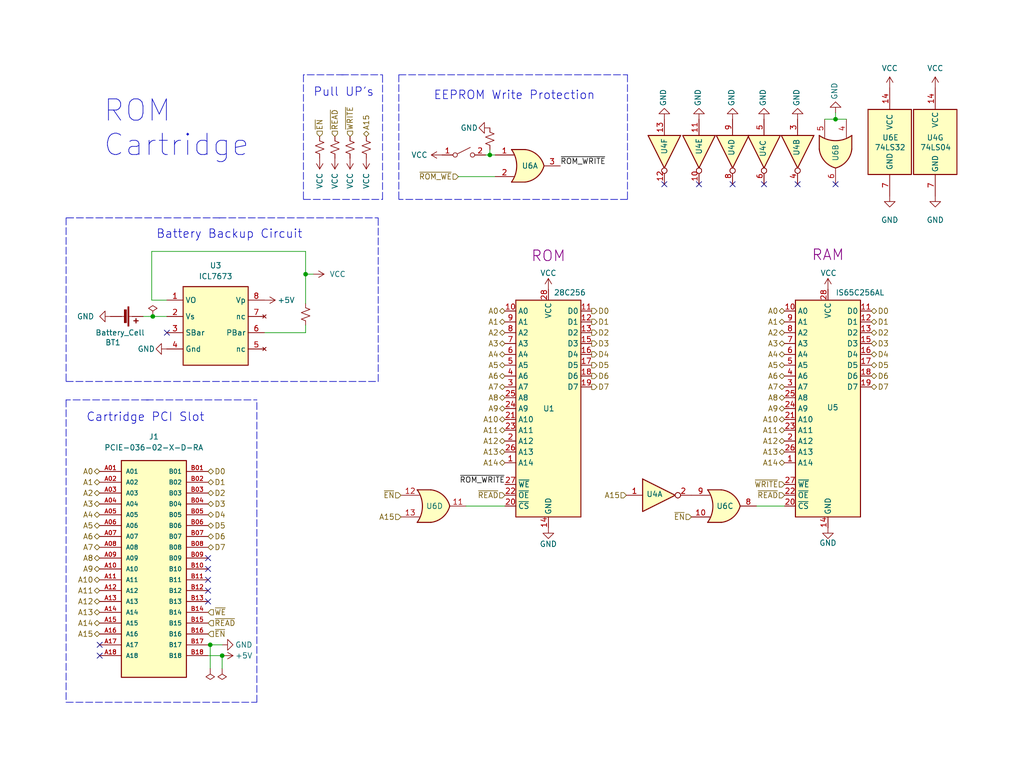
<source format=kicad_sch>
(kicad_sch (version 20211123) (generator eeschema)
  (paper "User" 240.005 180.01)
  (title_block (title "Programable ROM/RAM Cartridge w/ Battery Backup") (date "2022-01-11") (rev "3") (company "theWIckedWebDev/8-bit-dev"))
  (lib_symbols
    (symbol "74xx:74LS04"
      (property "Reference" "U" (at 0 1.27 0))
      (property "Value" "74LS04" (at 0 -1.27 0))
      (symbol "74LS04_1_0"
        (polyline (pts (xy -3.81 3.81) (xy -3.81 -3.81) (xy 3.81 0) (xy -3.81 3.81)) (stroke (width 0.254)) (fill (type background)))
        (pin input line (at -7.62 0 0) (length 3.81) (name "~") (number "1"))
        (pin output inverted (at 7.62 0 180) (length 3.81) (name "~") (number "2"))
      )
      (symbol "74LS04_2_0"
        (polyline (pts (xy -3.81 3.81) (xy -3.81 -3.81) (xy 3.81 0) (xy -3.81 3.81)) (stroke (width 0.254)) (fill (type background)))
        (pin input line (at -7.62 0 0) (length 3.81) (name "~") (number "3"))
        (pin output inverted (at 7.62 0 180) (length 3.81) (name "~") (number "4"))
      )
      (symbol "74LS04_3_0"
        (polyline (pts (xy -3.81 3.81) (xy -3.81 -3.81) (xy 3.81 0) (xy -3.81 3.81)) (stroke (width 0.254)) (fill (type background)))
        (pin input line (at -7.62 0 0) (length 3.81) (name "~") (number "5"))
        (pin output inverted (at 7.62 0 180) (length 3.81) (name "~") (number "6"))
      )
      (symbol "74LS04_4_0"
        (polyline (pts (xy -3.81 3.81) (xy -3.81 -3.81) (xy 3.81 0) (xy -3.81 3.81)) (stroke (width 0.254)) (fill (type background)))
        (pin output inverted (at 7.62 0 180) (length 3.81) (name "~") (number "8"))
        (pin input line (at -7.62 0 0) (length 3.81) (name "~") (number "9"))
      )
      (symbol "74LS04_5_0"
        (polyline (pts (xy -3.81 3.81) (xy -3.81 -3.81) (xy 3.81 0) (xy -3.81 3.81)) (stroke (width 0.254)) (fill (type background)))
        (pin output inverted (at 7.62 0 180) (length 3.81) (name "~") (number "10"))
        (pin input line (at -7.62 0 0) (length 3.81) (name "~") (number "11"))
      )
      (symbol "74LS04_6_0"
        (polyline (pts (xy -3.81 3.81) (xy -3.81 -3.81) (xy 3.81 0) (xy -3.81 3.81)) (stroke (width 0.254)) (fill (type background)))
        (pin output inverted (at 7.62 0 180) (length 3.81) (name "~") (number "12"))
        (pin input line (at -7.62 0 0) (length 3.81) (name "~") (number "13"))
      )
      (symbol "74LS04_7_0"
        (pin power_in line (at 0 12.7 270) (length 5.08) (name "VCC") (number "14"))
        (pin power_in line (at 0 -12.7 90) (length 5.08) (name "GND") (number "7"))
      )
      (symbol "74LS04_7_1"
        (rectangle (start -5.08 7.62) (end 5.08 -7.62) (stroke (width 0.254)) (fill (type background)))
      )
    )
    (symbol "74xx:74LS32" (pin_names (offset 1.016))
      (property "Reference" "U" (at 0 1.27 0))
      (property "Value" "74LS32" (at 0 -1.27 0))
      (symbol "74LS32_1_1"
        (arc (start -3.81 -3.81) (mid -2.589 0) (end -3.81 3.81) (stroke (width 0.254)))
        (arc (start -0.6096 -3.81) (mid 2.1855 -2.584) (end 3.81 0) (stroke (width 0.254)) (fill (type background)))
        (polyline (pts (xy -3.81 -3.81) (xy -0.635 -3.81)) (stroke (width 0.254)) (fill (type background)))
        (polyline (pts (xy -3.81 3.81) (xy -0.635 3.81)) (stroke (width 0.254)) (fill (type background)))
        (polyline (pts (xy -0.635 3.81) (xy -3.81 3.81) (xy -3.81 3.81) (xy -3.556 3.4036) (xy -3.0226 2.2606) (xy -2.6924 1.0414) (xy -2.6162 -0.254) (xy -2.7686 -1.4986) (xy -3.175 -2.7178) (xy -3.81 -3.81) (xy -3.81 -3.81) (xy -0.635 -3.81)) (stroke (width -25.4)) (fill (type background)))
        (arc (start 3.81 0) (mid 2.1928 2.5925) (end -0.6096 3.81) (stroke (width 0.254)) (fill (type background)))
        (pin input line (at -7.62 2.54 0) (length 4.318) (name "~") (number "1"))
        (pin input line (at -7.62 -2.54 0) (length 4.318) (name "~") (number "2"))
        (pin output line (at 7.62 0 180) (length 3.81) (name "~") (number "3"))
      )
      (symbol "74LS32_1_2"
        (arc (start 0 -3.81) (mid 3.81 0) (end 0 3.81) (stroke (width 0.254)) (fill (type background)))
        (polyline (pts (xy 0 3.81) (xy -3.81 3.81) (xy -3.81 -3.81) (xy 0 -3.81)) (stroke (width 0.254)) (fill (type background)))
        (pin input inverted (at -7.62 2.54 0) (length 3.81) (name "~") (number "1"))
        (pin input inverted (at -7.62 -2.54 0) (length 3.81) (name "~") (number "2"))
        (pin output inverted (at 7.62 0 180) (length 3.81) (name "~") (number "3"))
      )
      (symbol "74LS32_2_1"
        (arc (start -3.81 -3.81) (mid -2.589 0) (end -3.81 3.81) (stroke (width 0.254)))
        (arc (start -0.6096 -3.81) (mid 2.1855 -2.584) (end 3.81 0) (stroke (width 0.254)) (fill (type background)))
        (polyline (pts (xy -3.81 -3.81) (xy -0.635 -3.81)) (stroke (width 0.254)) (fill (type background)))
        (polyline (pts (xy -3.81 3.81) (xy -0.635 3.81)) (stroke (width 0.254)) (fill (type background)))
        (polyline (pts (xy -0.635 3.81) (xy -3.81 3.81) (xy -3.81 3.81) (xy -3.556 3.4036) (xy -3.0226 2.2606) (xy -2.6924 1.0414) (xy -2.6162 -0.254) (xy -2.7686 -1.4986) (xy -3.175 -2.7178) (xy -3.81 -3.81) (xy -3.81 -3.81) (xy -0.635 -3.81)) (stroke (width -25.4)) (fill (type background)))
        (arc (start 3.81 0) (mid 2.1928 2.5925) (end -0.6096 3.81) (stroke (width 0.254)) (fill (type background)))
        (pin input line (at -7.62 2.54 0) (length 4.318) (name "~") (number "4"))
        (pin input line (at -7.62 -2.54 0) (length 4.318) (name "~") (number "5"))
        (pin output line (at 7.62 0 180) (length 3.81) (name "~") (number "6"))
      )
      (symbol "74LS32_2_2"
        (arc (start 0 -3.81) (mid 3.81 0) (end 0 3.81) (stroke (width 0.254)) (fill (type background)))
        (polyline (pts (xy 0 3.81) (xy -3.81 3.81) (xy -3.81 -3.81) (xy 0 -3.81)) (stroke (width 0.254)) (fill (type background)))
        (pin input inverted (at -7.62 2.54 0) (length 3.81) (name "~") (number "4"))
        (pin input inverted (at -7.62 -2.54 0) (length 3.81) (name "~") (number "5"))
        (pin output inverted (at 7.62 0 180) (length 3.81) (name "~") (number "6"))
      )
      (symbol "74LS32_3_1"
        (arc (start -3.81 -3.81) (mid -2.589 0) (end -3.81 3.81) (stroke (width 0.254)))
        (arc (start -0.6096 -3.81) (mid 2.1855 -2.584) (end 3.81 0) (stroke (width 0.254)) (fill (type background)))
        (polyline (pts (xy -3.81 -3.81) (xy -0.635 -3.81)) (stroke (width 0.254)) (fill (type background)))
        (polyline (pts (xy -3.81 3.81) (xy -0.635 3.81)) (stroke (width 0.254)) (fill (type background)))
        (polyline (pts (xy -0.635 3.81) (xy -3.81 3.81) (xy -3.81 3.81) (xy -3.556 3.4036) (xy -3.0226 2.2606) (xy -2.6924 1.0414) (xy -2.6162 -0.254) (xy -2.7686 -1.4986) (xy -3.175 -2.7178) (xy -3.81 -3.81) (xy -3.81 -3.81) (xy -0.635 -3.81)) (stroke (width -25.4)) (fill (type background)))
        (arc (start 3.81 0) (mid 2.1928 2.5925) (end -0.6096 3.81) (stroke (width 0.254)) (fill (type background)))
        (pin input line (at -7.62 -2.54 0) (length 4.318) (name "~") (number "10"))
        (pin output line (at 7.62 0 180) (length 3.81) (name "~") (number "8"))
        (pin input line (at -7.62 2.54 0) (length 4.318) (name "~") (number "9"))
      )
      (symbol "74LS32_3_2"
        (arc (start 0 -3.81) (mid 3.81 0) (end 0 3.81) (stroke (width 0.254)) (fill (type background)))
        (polyline (pts (xy 0 3.81) (xy -3.81 3.81) (xy -3.81 -3.81) (xy 0 -3.81)) (stroke (width 0.254)) (fill (type background)))
        (pin input inverted (at -7.62 -2.54 0) (length 3.81) (name "~") (number "10"))
        (pin output inverted (at 7.62 0 180) (length 3.81) (name "~") (number "8"))
        (pin input inverted (at -7.62 2.54 0) (length 3.81) (name "~") (number "9"))
      )
      (symbol "74LS32_4_1"
        (arc (start -3.81 -3.81) (mid -2.589 0) (end -3.81 3.81) (stroke (width 0.254)))
        (arc (start -0.6096 -3.81) (mid 2.1855 -2.584) (end 3.81 0) (stroke (width 0.254)) (fill (type background)))
        (polyline (pts (xy -3.81 -3.81) (xy -0.635 -3.81)) (stroke (width 0.254)) (fill (type background)))
        (polyline (pts (xy -3.81 3.81) (xy -0.635 3.81)) (stroke (width 0.254)) (fill (type background)))
        (polyline (pts (xy -0.635 3.81) (xy -3.81 3.81) (xy -3.81 3.81) (xy -3.556 3.4036) (xy -3.0226 2.2606) (xy -2.6924 1.0414) (xy -2.6162 -0.254) (xy -2.7686 -1.4986) (xy -3.175 -2.7178) (xy -3.81 -3.81) (xy -3.81 -3.81) (xy -0.635 -3.81)) (stroke (width -25.4)) (fill (type background)))
        (arc (start 3.81 0) (mid 2.1928 2.5925) (end -0.6096 3.81) (stroke (width 0.254)) (fill (type background)))
        (pin output line (at 7.62 0 180) (length 3.81) (name "~") (number "11"))
        (pin input line (at -7.62 2.54 0) (length 4.318) (name "~") (number "12"))
        (pin input line (at -7.62 -2.54 0) (length 4.318) (name "~") (number "13"))
      )
      (symbol "74LS32_4_2"
        (arc (start 0 -3.81) (mid 3.81 0) (end 0 3.81) (stroke (width 0.254)) (fill (type background)))
        (polyline (pts (xy 0 3.81) (xy -3.81 3.81) (xy -3.81 -3.81) (xy 0 -3.81)) (stroke (width 0.254)) (fill (type background)))
        (pin output inverted (at 7.62 0 180) (length 3.81) (name "~") (number "11"))
        (pin input inverted (at -7.62 2.54 0) (length 3.81) (name "~") (number "12"))
        (pin input inverted (at -7.62 -2.54 0) (length 3.81) (name "~") (number "13"))
      )
      (symbol "74LS32_5_0"
        (pin power_in line (at 0 12.7 270) (length 5.08) (name "VCC") (number "14"))
        (pin power_in line (at 0 -12.7 90) (length 5.08) (name "GND") (number "7"))
      )
      (symbol "74LS32_5_1"
        (rectangle (start -5.08 7.62) (end 5.08 -7.62) (stroke (width 0.254)) (fill (type background)))
      )
    )
    (symbol "Device:Battery_Cell" (pin_numbers hide) (pin_names (offset 0) hide)
      (property "Reference" "BT" (at 2.54 2.54 0))
      (property "Value" "Battery_Cell" (at 2.54 0 0))
      (symbol "Battery_Cell_0_1"
        (rectangle (start -2.286 1.778) (end 2.286 1.524) (fill (type outline)))
        (rectangle (start -1.5748 1.1938) (end 1.4732 0.6858) (fill (type outline)))
        (polyline (pts (xy 0 0.762) (xy 0 0)))
        (polyline (pts (xy 0 1.778) (xy 0 2.54)))
        (polyline (pts (xy 0.508 3.429) (xy 1.524 3.429)) (stroke (width 0.254)))
        (polyline (pts (xy 1.016 3.937) (xy 1.016 2.921)) (stroke (width 0.254)))
      )
      (symbol "Battery_Cell_1_1"
        (pin passive line (at 0 5.08 270) (length 2.54) (name "+") (number "1"))
        (pin passive line (at 0 -2.54 90) (length 2.54) (name "-") (number "2"))
      )
    )
    (symbol "Device:R_Small_US" (pin_numbers hide) (pin_names (offset 0.254) hide)
      (property "Reference" "R" (at 0.762 0.508 0))
      (property "Value" "R_Small_US" (at 0.762 -1.016 0))
      (symbol "R_Small_US_1_1"
        (polyline (pts (xy 0 0) (xy 1.016 -0.381) (xy 0 -0.762) (xy -1.016 -1.143) (xy 0 -1.524)))
        (polyline (pts (xy 0 1.524) (xy 1.016 1.143) (xy 0 0.762) (xy -1.016 0.381) (xy 0 0)))
        (pin passive line (at 0 2.54 270) (length 1.016) (name "~") (number "1"))
        (pin passive line (at 0 -2.54 90) (length 1.016) (name "~") (number "2"))
      )
    )
    (symbol "Memory_EEPROM:28C256"
      (property "Reference" "U" (at -7.62 26.67 0))
      (property "Value" "28C256" (at 2.54 -26.67 0))
      (symbol "28C256_1_1"
        (rectangle (start -7.62 25.4) (end 7.62 -25.4) (stroke (width 0.254)) (fill (type background)))
        (pin input line (at -10.16 -12.7 0) (length 2.54) (name "A14") (number "1"))
        (pin input line (at -10.16 22.86 0) (length 2.54) (name "A0") (number "10"))
        (pin tri_state line (at 10.16 22.86 180) (length 2.54) (name "D0") (number "11"))
        (pin tri_state line (at 10.16 20.32 180) (length 2.54) (name "D1") (number "12"))
        (pin tri_state line (at 10.16 17.78 180) (length 2.54) (name "D2") (number "13"))
        (pin power_in line (at 0 -27.94 90) (length 2.54) (name "GND") (number "14"))
        (pin tri_state line (at 10.16 15.24 180) (length 2.54) (name "D3") (number "15"))
        (pin tri_state line (at 10.16 12.7 180) (length 2.54) (name "D4") (number "16"))
        (pin tri_state line (at 10.16 10.16 180) (length 2.54) (name "D5") (number "17"))
        (pin tri_state line (at 10.16 7.62 180) (length 2.54) (name "D6") (number "18"))
        (pin tri_state line (at 10.16 5.08 180) (length 2.54) (name "D7") (number "19"))
        (pin input line (at -10.16 -7.62 0) (length 2.54) (name "A12") (number "2"))
        (pin input line (at -10.16 -22.86 0) (length 2.54) (name "~{CS}") (number "20"))
        (pin input line (at -10.16 -2.54 0) (length 2.54) (name "A10") (number "21"))
        (pin input line (at -10.16 -20.32 0) (length 2.54) (name "~{OE}") (number "22"))
        (pin input line (at -10.16 -5.08 0) (length 2.54) (name "A11") (number "23"))
        (pin input line (at -10.16 0 0) (length 2.54) (name "A9") (number "24"))
        (pin input line (at -10.16 2.54 0) (length 2.54) (name "A8") (number "25"))
        (pin input line (at -10.16 -10.16 0) (length 2.54) (name "A13") (number "26"))
        (pin input line (at -10.16 -17.78 0) (length 2.54) (name "~{WE}") (number "27"))
        (pin power_in line (at 0 27.94 270) (length 2.54) (name "VCC") (number "28"))
        (pin input line (at -10.16 5.08 0) (length 2.54) (name "A7") (number "3"))
        (pin input line (at -10.16 7.62 0) (length 2.54) (name "A6") (number "4"))
        (pin input line (at -10.16 10.16 0) (length 2.54) (name "A5") (number "5"))
        (pin input line (at -10.16 12.7 0) (length 2.54) (name "A4") (number "6"))
        (pin input line (at -10.16 15.24 0) (length 2.54) (name "A3") (number "7"))
        (pin input line (at -10.16 17.78 0) (length 2.54) (name "A2") (number "8"))
        (pin input line (at -10.16 20.32 0) (length 2.54) (name "A1") (number "9"))
      )
    )
    (symbol "Stephen:ICL7673"
      (property "Reference" "U" (at -1.27 17.78 0))
      (property "Value" "ICL7673" (at -1.27 15.24 0))
      (symbol "ICL7673_0_1"
        (rectangle (start -8.89 13.335) (end 6.35 -5.08) (stroke (width 0.254)) (fill (type background)))
      )
      (symbol "ICL7673_1_1"
        (pin power_out line (at -12.7 10.16 0) (length 3.81) (name "VO") (number "1"))
        (pin power_in line (at -12.7 6.35 0) (length 3.81) (name "Vs") (number "2"))
        (pin open_emitter line (at -12.7 2.54 0) (length 3.81) (name "SBar") (number "3"))
        (pin power_in line (at -12.7 -1.27 0) (length 3.81) (name "Gnd") (number "4"))
        (pin no_connect line (at 10.16 -1.27 180) (length 3.81) (name "nc") (number "5"))
        (pin open_emitter line (at 10.16 2.54 180) (length 3.81) (name "PBar") (number "6"))
        (pin no_connect line (at 10.16 6.35 180) (length 3.81) (name "nc") (number "7"))
        (pin power_in line (at 10.16 10.16 180) (length 3.81) (name "Vp") (number "8"))
      )
    )
    (symbol "Stephen:IS65C256AL"
      (property "Reference" "U" (at -3.81 41.91 0))
      (property "Value" "IS65C256AL" (at -3.81 41.91 0))
      (symbol "IS65C256AL_1_1"
        (rectangle (start -8.89 25.4) (end 6.35 -25.4) (stroke (width 0.254)) (fill (type background)))
        (pin input line (at -11.43 -12.7 0) (length 2.54) (name "A14") (number "1"))
        (pin input line (at -11.43 22.86 0) (length 2.54) (name "A0") (number "10"))
        (pin tri_state line (at 8.89 22.86 180) (length 2.54) (name "D0") (number "11"))
        (pin tri_state line (at 8.89 20.32 180) (length 2.54) (name "D1") (number "12"))
        (pin tri_state line (at 8.89 17.78 180) (length 2.54) (name "D2") (number "13"))
        (pin power_in line (at -1.27 -27.94 90) (length 2.54) (name "GND") (number "14"))
        (pin tri_state line (at 8.89 15.24 180) (length 2.54) (name "D3") (number "15"))
        (pin tri_state line (at 8.89 12.7 180) (length 2.54) (name "D4") (number "16"))
        (pin tri_state line (at 8.89 10.16 180) (length 2.54) (name "D5") (number "17"))
        (pin tri_state line (at 8.89 7.62 180) (length 2.54) (name "D6") (number "18"))
        (pin tri_state line (at 8.89 5.08 180) (length 2.54) (name "D7") (number "19"))
        (pin input line (at -11.43 -7.62 0) (length 2.54) (name "A12") (number "2"))
        (pin input line (at -11.43 -22.86 0) (length 2.54) (name "~{CS}") (number "20"))
        (pin input line (at -11.43 -2.54 0) (length 2.54) (name "A10") (number "21"))
        (pin input line (at -11.43 -20.32 0) (length 2.54) (name "~{OE}") (number "22"))
        (pin input line (at -11.43 -5.08 0) (length 2.54) (name "A11") (number "23"))
        (pin input line (at -11.43 0 0) (length 2.54) (name "A9") (number "24"))
        (pin input line (at -11.43 2.54 0) (length 2.54) (name "A8") (number "25"))
        (pin input line (at -11.43 -10.16 0) (length 2.54) (name "A13") (number "26"))
        (pin input line (at -11.43 -17.78 0) (length 2.54) (name "~{WE}") (number "27"))
        (pin power_in line (at -1.27 27.94 270) (length 2.54) (name "VCC") (number "28"))
        (pin input line (at -11.43 5.08 0) (length 2.54) (name "A7") (number "3"))
        (pin input line (at -11.43 7.62 0) (length 2.54) (name "A6") (number "4"))
        (pin input line (at -11.43 10.16 0) (length 2.54) (name "A5") (number "5"))
        (pin input line (at -11.43 12.7 0) (length 2.54) (name "A4") (number "6"))
        (pin input line (at -11.43 15.24 0) (length 2.54) (name "A3") (number "7"))
        (pin input line (at -11.43 17.78 0) (length 2.54) (name "A2") (number "8"))
        (pin input line (at -11.43 20.32 0) (length 2.54) (name "A1") (number "9"))
      )
    )
    (symbol "Stephen:PCIE-036-02-X-D-RA" (pin_names (offset 1.016))
      (property "Reference" "J" (at -7.62 26.162 0))
      (property "Value" "PCIE-036-02-X-D-RA" (at -7.62 -27.94 0))
      (symbol "PCIE-036-02-X-D-RA_0_0"
        (rectangle (start -7.62 -25.4) (end 7.62 25.4) (stroke (width 0.254)) (fill (type background)))
        (pin passive line (at -12.7 22.86 0) (length 5.08) (name "A01") (number "A01"))
        (pin passive line (at -12.7 20.32 0) (length 5.08) (name "A02") (number "A02"))
        (pin passive line (at -12.7 17.78 0) (length 5.08) (name "A03") (number "A03"))
        (pin passive line (at -12.7 15.24 0) (length 5.08) (name "A04") (number "A04"))
        (pin passive line (at -12.7 12.7 0) (length 5.08) (name "A05") (number "A05"))
        (pin passive line (at -12.7 10.16 0) (length 5.08) (name "A06") (number "A06"))
        (pin passive line (at -12.7 7.62 0) (length 5.08) (name "A07") (number "A07"))
        (pin passive line (at -12.7 5.08 0) (length 5.08) (name "A08") (number "A08"))
        (pin passive line (at -12.7 2.54 0) (length 5.08) (name "A09") (number "A09"))
        (pin passive line (at -12.7 0 0) (length 5.08) (name "A10") (number "A10"))
        (pin passive line (at -12.7 -2.54 0) (length 5.08) (name "A11") (number "A11"))
        (pin passive line (at -12.7 -5.08 0) (length 5.08) (name "A12") (number "A12"))
        (pin passive line (at -12.7 -7.62 0) (length 5.08) (name "A13") (number "A13"))
        (pin passive line (at -12.7 -10.16 0) (length 5.08) (name "A14") (number "A14"))
        (pin passive line (at -12.7 -12.7 0) (length 5.08) (name "A15") (number "A15"))
        (pin passive line (at -12.7 -15.24 0) (length 5.08) (name "A16") (number "A16"))
        (pin passive line (at -12.7 -17.78 0) (length 5.08) (name "A17") (number "A17"))
        (pin passive line (at -12.7 -20.32 0) (length 5.08) (name "A18") (number "A18"))
        (pin passive line (at 12.7 22.86 180) (length 5.08) (name "B01") (number "B01"))
        (pin passive line (at 12.7 20.32 180) (length 5.08) (name "B02") (number "B02"))
        (pin passive line (at 12.7 17.78 180) (length 5.08) (name "B03") (number "B03"))
        (pin passive line (at 12.7 15.24 180) (length 5.08) (name "B04") (number "B04"))
        (pin passive line (at 12.7 12.7 180) (length 5.08) (name "B05") (number "B05"))
        (pin passive line (at 12.7 10.16 180) (length 5.08) (name "B06") (number "B06"))
        (pin passive line (at 12.7 7.62 180) (length 5.08) (name "B07") (number "B07"))
        (pin passive line (at 12.7 5.08 180) (length 5.08) (name "B08") (number "B08"))
        (pin passive line (at 12.7 2.54 180) (length 5.08) (name "B09") (number "B09"))
        (pin passive line (at 12.7 0 180) (length 5.08) (name "B10") (number "B10"))
        (pin passive line (at 12.7 -2.54 180) (length 5.08) (name "B11") (number "B11"))
        (pin passive line (at 12.7 -5.08 180) (length 5.08) (name "B12") (number "B12"))
        (pin passive line (at 12.7 -7.62 180) (length 5.08) (name "B13") (number "B13"))
        (pin passive line (at 12.7 -10.16 180) (length 5.08) (name "B14") (number "B14"))
        (pin passive line (at 12.7 -12.7 180) (length 5.08) (name "B15") (number "B15"))
        (pin passive line (at 12.7 -15.24 180) (length 5.08) (name "B16") (number "B16"))
        (pin passive line (at 12.7 -17.78 180) (length 5.08) (name "B17") (number "B17"))
        (pin passive line (at 12.7 -20.32 180) (length 5.08) (name "B18") (number "B18"))
      )
    )
    (symbol "Switch:SW_SPST" (pin_names (offset 0) hide)
      (property "Reference" "SW" (at 0 3.175 0))
      (property "Value" "SW_SPST" (at 0 -2.54 0))
      (symbol "SW_SPST_0_0"
        (circle (center -2.032 0) (radius 0.508))
        (polyline (pts (xy -1.524 0.254) (xy 1.524 1.778)))
        (circle (center 2.032 0) (radius 0.508))
      )
      (symbol "SW_SPST_1_1"
        (pin passive line (at -5.08 0 0) (length 2.54) (name "A") (number "1"))
        (pin passive line (at 5.08 0 180) (length 2.54) (name "B") (number "2"))
      )
    )
    (symbol "power:+5V" (power) (pin_names (offset 0))
      (property "Value" "+5V" (at 0 3.556 0))
      (symbol "+5V_0_1"
        (polyline (pts (xy -0.762 1.27) (xy 0 2.54)))
        (polyline (pts (xy 0 0) (xy 0 2.54)))
        (polyline (pts (xy 0 2.54) (xy 0.762 1.27)))
      )
      (symbol "+5V_1_1"
        (pin power_in line (at 0 0 90) (length 0) hide (name "+5V") (number "1"))
      )
    )
    (symbol "power:GND" (power) (pin_names (offset 0))
      (property "Value" "GND" (at 0 -3.81 0))
      (symbol "GND_0_1"
        (polyline (pts (xy 0 0) (xy 0 -1.27) (xy 1.27 -1.27) (xy 0 -2.54) (xy -1.27 -1.27) (xy 0 -1.27)))
      )
      (symbol "GND_1_1"
        (pin power_in line (at 0 0 270) (length 0) hide (name "GND") (number "1"))
      )
    )
    (symbol "power:PWR_FLAG" (power) (pin_numbers hide) (pin_names (offset 0) hide)
      (property "Value" "PWR_FLAG" (at 0 3.81 0))
      (symbol "PWR_FLAG_0_0"
        (pin power_out line (at 0 0 90) (length 0) (name "pwr") (number "1"))
      )
      (symbol "PWR_FLAG_0_1"
        (polyline (pts (xy 0 0) (xy 0 1.27) (xy -1.016 1.905) (xy 0 2.54) (xy 1.016 1.905) (xy 0 1.27)))
      )
    )
    (symbol "power:VCC" (power) (pin_names (offset 0))
      (property "Value" "VCC" (at 0 3.81 0))
      (symbol "VCC_0_1"
        (polyline (pts (xy -0.762 1.27) (xy 0 2.54)))
        (polyline (pts (xy 0 0) (xy 0 2.54)))
        (polyline (pts (xy 0 2.54) (xy 0.762 1.27)))
      )
      (symbol "VCC_1_1"
        (pin power_in line (at 0 0 90) (length 0) hide (name "VCC") (number "1"))
      )
    )
  )
  (junction (at 114.808 36.322))
  (junction (at 71.628 64.262))
  (junction (at 52.07 153.67))
  (junction (at 35.814 74.168))
  (junction (at 49.276 151.13))
  (junction (at 195.834 27.94))
  (no_connect (at 23.368 151.13))
  (no_connect (at 48.768 133.35))
  (no_connect (at 48.768 135.89))
  (no_connect (at 48.768 138.43))
  (no_connect (at 48.768 140.97))
  (no_connect (at 155.702 43.18))
  (no_connect (at 163.83 43.18))
  (no_connect (at 171.704 43.18))
  (no_connect (at 186.944 43.18))
  (no_connect (at 179.07 43.18))
  (no_connect (at 195.834 43.18))
  (no_connect (at 39.116 77.978))
  (no_connect (at 23.368 153.67))
  (no_connect (at 48.768 130.81))
  (polyline (pts (xy 88.646 89.408) (xy 88.646 51.054)))
  (wire (pts (xy 48.768 153.67) (xy 52.07 153.67)))
  (polyline (pts (xy 147.066 46.736) (xy 93.472 46.736)))
  (polyline (pts (xy 15.494 51.054) (xy 15.494 89.408)))
  (polyline (pts (xy 15.494 164.592) (xy 60.198 164.592)))
  (wire (pts (xy 52.07 153.67) (xy 52.07 156.718)))
  (polyline (pts (xy 51.562 51.054) (xy 15.494 51.054)))
  (wire (pts (xy 109.22 118.618) (xy 118.364 118.618)))
  (wire (pts (xy 33.528 74.168) (xy 35.814 74.168)))
  (polyline (pts (xy 93.472 17.526) (xy 93.472 46.736)))
  (polyline (pts (xy 93.472 17.526) (xy 147.066 17.526)))
  (wire (pts (xy 71.628 64.262) (xy 73.406 64.262)))
  (polyline (pts (xy 15.494 89.408) (xy 88.646 89.408)))
  (polyline (pts (xy 71.12 46.736) (xy 89.662 46.736)))
  (wire (pts (xy 195.834 26.416) (xy 195.834 27.94)))
  (polyline (pts (xy 80.01 17.526) (xy 89.662 17.526)))
  (wire (pts (xy 71.628 64.262) (xy 71.628 71.12)))
  (wire (pts (xy 49.276 151.13) (xy 48.768 151.13)))
  (polyline (pts (xy 147.066 17.526) (xy 147.066 46.736)))
  (wire (pts (xy 114.808 35.052) (xy 114.808 36.322)))
  (wire (pts (xy 177.292 118.618) (xy 183.896 118.618)))
  (wire (pts (xy 71.628 58.928) (xy 71.628 64.262)))
  (wire (pts (xy 107.442 41.402) (xy 116.078 41.402)))
  (polyline (pts (xy 34.798 93.726) (xy 15.494 93.726)))
  (polyline (pts (xy 51.308 51.054) (xy 88.646 51.054)))
  (polyline (pts (xy 71.12 17.526) (xy 71.12 46.736)))
  (wire (pts (xy 71.628 76.2) (xy 71.628 77.978)))
  (wire (pts (xy 49.276 151.13) (xy 49.276 156.718)))
  (polyline (pts (xy 60.198 164.592) (xy 60.198 93.726)))
  (polyline (pts (xy 34.29 93.726) (xy 60.198 93.726)))
  (wire (pts (xy 35.56 58.928) (xy 71.628 58.928)))
  (polyline (pts (xy 15.494 93.726) (xy 15.494 164.592)))
  (wire (pts (xy 195.834 27.94) (xy 193.294 27.94)))
  (wire (pts (xy 113.792 36.322) (xy 114.808 36.322)))
  (wire (pts (xy 35.814 74.168) (xy 39.116 74.168)))
  (wire (pts (xy 52.07 151.13) (xy 49.276 151.13)))
  (polyline (pts (xy 80.518 17.526) (xy 71.12 17.526)))
  (wire (pts (xy 71.628 77.978) (xy 61.976 77.978)))
  (wire (pts (xy 39.116 70.358) (xy 35.56 70.358)))
  (wire (pts (xy 198.374 27.94) (xy 195.834 27.94)))
  (polyline (pts (xy 89.662 46.736) (xy 89.662 17.526)))
  (wire (pts (xy 114.808 36.322) (xy 116.078 36.322)))
  (wire (pts (xy 35.56 70.358) (xy 35.56 58.928)))
  (text "ROM\nCartridge" (at 24.13 37.084 0) (effects (font (size 5 5)) (justify left bottom)))
  (text "EEPROM Write Protection" (at 101.6 23.622 0) (effects (font (size 2 2)) (justify left bottom)))
  (text "Pull UP's" (at 73.406 22.86 0) (effects (font (size 2 2)) (justify left bottom)))
  (text "Battery Backup Circuit" (at 36.576 56.134 0) (effects (font (size 2 2)) (justify left bottom)))
  (text "Cartridge PCI Slot" (at 48.006 99.06 180) (effects (font (size 2 2)) (justify right bottom)))
  (label "~{ROM_WRITE}" (at 118.364 113.538 180))
  (label "~{ROM_WRITE}" (at 131.318 38.862 0))
  (hierarchical_label "~{EN}" (shape input) (at 48.768 148.59 0))
  (hierarchical_label "A2" (shape tri_state) (at 183.896 77.978 180))
  (hierarchical_label "A9" (shape tri_state) (at 118.364 95.758 180))
  (hierarchical_label "A15" (shape input) (at 146.812 116.078 180))
  (hierarchical_label "A4" (shape tri_state) (at 23.368 120.65 180))
  (hierarchical_label "A10" (shape tri_state) (at 183.896 98.298 180))
  (hierarchical_label "A3" (shape tri_state) (at 23.368 118.11 180))
  (hierarchical_label "A10" (shape tri_state) (at 118.364 98.298 180))
  (hierarchical_label "~{WRITE}" (shape input) (at 183.896 113.538 180))
  (hierarchical_label "~{EN}" (shape input) (at 74.93 32.004 90))
  (hierarchical_label "D6" (shape output) (at 138.684 88.138 0))
  (hierarchical_label "D0" (shape tri_state) (at 48.768 110.49 0))
  (hierarchical_label "~{WRITE}" (shape input) (at 82.042 32.004 90))
  (hierarchical_label "D0" (shape output) (at 138.684 72.898 0))
  (hierarchical_label "D5" (shape tri_state) (at 204.216 85.598 0))
  (hierarchical_label "A7" (shape tri_state) (at 183.896 90.678 180))
  (hierarchical_label "A0" (shape tri_state) (at 183.896 72.898 180))
  (hierarchical_label "A0" (shape tri_state) (at 118.364 72.898 180))
  (hierarchical_label "A9" (shape tri_state) (at 23.368 133.35 180))
  (hierarchical_label "~{READ}" (shape input) (at 118.364 116.078 180))
  (hierarchical_label "D6" (shape tri_state) (at 204.216 88.138 0))
  (hierarchical_label "A4" (shape tri_state) (at 118.364 83.058 180))
  (hierarchical_label "A13" (shape tri_state) (at 23.368 143.51 180))
  (hierarchical_label "D6" (shape tri_state) (at 48.768 125.73 0))
  (hierarchical_label "A4" (shape tri_state) (at 183.896 83.058 180))
  (hierarchical_label "D3" (shape output) (at 138.684 80.518 0))
  (hierarchical_label "A15" (shape tri_state) (at 23.368 148.59 180))
  (hierarchical_label "D0" (shape tri_state) (at 204.216 72.898 0))
  (hierarchical_label "D4" (shape tri_state) (at 48.768 120.65 0))
  (hierarchical_label "A7" (shape tri_state) (at 118.364 90.678 180))
  (hierarchical_label "A10" (shape tri_state) (at 23.368 135.89 180))
  (hierarchical_label "D3" (shape tri_state) (at 204.216 80.518 0))
  (hierarchical_label "D2" (shape output) (at 138.684 77.978 0))
  (hierarchical_label "A12" (shape tri_state) (at 23.368 140.97 180))
  (hierarchical_label "A2" (shape tri_state) (at 23.368 115.57 180))
  (hierarchical_label "A1" (shape tri_state) (at 118.364 75.438 180))
  (hierarchical_label "A9" (shape tri_state) (at 183.896 95.758 180))
  (hierarchical_label "A11" (shape tri_state) (at 23.368 138.43 180))
  (hierarchical_label "A8" (shape tri_state) (at 23.368 130.81 180))
  (hierarchical_label "D5" (shape tri_state) (at 48.768 123.19 0))
  (hierarchical_label "A13" (shape tri_state) (at 118.364 105.918 180))
  (hierarchical_label "~{READ}" (shape input) (at 48.768 146.05 0))
  (hierarchical_label "A11" (shape tri_state) (at 118.364 100.838 180))
  (hierarchical_label "A5" (shape tri_state) (at 23.368 123.19 180))
  (hierarchical_label "A6" (shape tri_state) (at 183.896 88.138 180))
  (hierarchical_label "A5" (shape tri_state) (at 183.896 85.598 180))
  (hierarchical_label "D7" (shape output) (at 138.684 90.678 0))
  (hierarchical_label "A0" (shape tri_state) (at 23.368 110.49 180))
  (hierarchical_label "A15" (shape tri_state) (at 85.852 32.004 90))
  (hierarchical_label "A1" (shape tri_state) (at 23.368 113.03 180))
  (hierarchical_label "A8" (shape tri_state) (at 118.364 93.218 180))
  (hierarchical_label "D1" (shape output) (at 138.684 75.438 0))
  (hierarchical_label "A7" (shape tri_state) (at 23.368 128.27 180))
  (hierarchical_label "A2" (shape tri_state) (at 118.364 77.978 180))
  (hierarchical_label "~{EN}" (shape input) (at 93.98 116.078 180))
  (hierarchical_label "A3" (shape tri_state) (at 183.896 80.518 180))
  (hierarchical_label "~{READ}" (shape input) (at 183.896 116.078 180))
  (hierarchical_label "A8" (shape tri_state) (at 183.896 93.218 180))
  (hierarchical_label "~{READ}" (shape input) (at 78.486 32.004 90))
  (hierarchical_label "D3" (shape tri_state) (at 48.768 118.11 0))
  (hierarchical_label "D7" (shape tri_state) (at 204.216 90.678 0))
  (hierarchical_label "D4" (shape tri_state) (at 204.216 83.058 0))
  (hierarchical_label "D4" (shape output) (at 138.684 83.058 0))
  (hierarchical_label "A14" (shape tri_state) (at 183.896 108.458 180))
  (hierarchical_label "~{WE}" (shape input) (at 48.768 143.51 0))
  (hierarchical_label "D2" (shape tri_state) (at 48.768 115.57 0))
  (hierarchical_label "A15" (shape input) (at 93.98 121.158 180))
  (hierarchical_label "A12" (shape tri_state) (at 118.364 103.378 180))
  (hierarchical_label "A12" (shape tri_state) (at 183.896 103.378 180))
  (hierarchical_label "A5" (shape tri_state) (at 118.364 85.598 180))
  (hierarchical_label "D5" (shape output) (at 138.684 85.598 0))
  (hierarchical_label "A1" (shape tri_state) (at 183.896 75.438 180))
  (hierarchical_label "D2" (shape tri_state) (at 204.216 77.978 0))
  (hierarchical_label "A6" (shape tri_state) (at 23.368 125.73 180))
  (hierarchical_label "A13" (shape tri_state) (at 183.896 105.918 180))
  (hierarchical_label "A3" (shape tri_state) (at 118.364 80.518 180))
  (hierarchical_label "D1" (shape tri_state) (at 48.768 113.03 0))
  (hierarchical_label "D7" (shape tri_state) (at 48.768 128.27 0))
  (hierarchical_label "A6" (shape tri_state) (at 118.364 88.138 180))
  (hierarchical_label "~{ROM_WE}" (shape input) (at 107.442 41.402 180))
  (hierarchical_label "~{EN}" (shape input) (at 162.052 121.158 180))
  (hierarchical_label "A11" (shape tri_state) (at 183.896 100.838 180))
  (hierarchical_label "D1" (shape tri_state) (at 204.216 75.438 0))
  (hierarchical_label "A14" (shape tri_state) (at 118.364 108.458 180))
  (hierarchical_label "A14" (shape tri_state) (at 23.368 146.05 180))
  (symbol (lib_id "74xx:74LS32") (at 123.698 38.862 0) (unit 1)
    (property "Reference" "U6" (at 124.206 38.862 0))
    (property "Value" "74LS32" (effects hide))
    (property "Footprint" "Package_SO:TSSOP-14_4.4x5mm_P0.65mm" (effects hide))
    (property "Datasheet" "http://www.ti.com/lit/gpn/sn74LS32" (effects hide))
  )
  (symbol (lib_id "power:VCC") (at 78.486 37.084 0) (mirror x) (unit 1)
    (property "Reference" "#PWR0101" (effects hide))
    (property "Value" "VCC" (at 78.486 42.418 90))
  )
  (symbol (lib_id "74xx:74LS04") (at 154.432 116.078 0) (unit 1)
    (property "Reference" "U4" (at 153.416 115.824 0))
    (property "Value" "74LS04" (effects hide))
    (property "Footprint" "Package_SO:TSSOP-14_4.4x5mm_P0.65mm" (effects hide))
    (property "Datasheet" "http://www.ti.com/lit/gpn/sn74LS04" (effects hide))
  )
  (symbol (lib_id "74xx:74LS04") (at 171.704 35.56 270) (unit 4)
    (property "Reference" "U4" (at 171.45 34.544 0))
    (property "Value" "74LS04" (effects hide))
    (property "Footprint" "Package_SO:TSSOP-14_4.4x5mm_P0.65mm" (effects hide))
    (property "Datasheet" "http://www.ti.com/lit/gpn/sn74LS04" (effects hide))
  )
  (symbol (lib_id "power:GND") (at 128.524 123.698 0) (unit 1)
    (property "Reference" "#PWR0103" (effects hide))
    (property "Value" "GND" (at 128.524 127.508 0))
  )
  (symbol (lib_id "power:VCC") (at 219.202 20.574 0) (unit 1)
    (property "Reference" "#PWR0116" (effects hide))
    (property "Value" "VCC" (at 219.202 16.002 0))
  )
  (symbol (lib_id "74xx:74LS32") (at 101.6 118.618 0) (unit 4)
    (property "Reference" "U6" (at 101.854 118.618 0))
    (property "Value" "74LS32" (effects hide))
    (property "Footprint" "Package_SO:TSSOP-14_4.4x5mm_P0.65mm" (effects hide))
    (property "Datasheet" "http://www.ti.com/lit/gpn/sn74LS32" (effects hide))
  )
  (symbol (lib_id "power:GND") (at 195.834 26.416 180) (unit 1)
    (property "Reference" "#PWR0121" (effects hide))
    (property "Value" "GND" (at 195.58 19.304 90) (effects (justify left)))
  )
  (symbol (lib_id "power:GND") (at 186.944 27.94 180) (unit 1)
    (property "Reference" "#PWR0114" (effects hide))
    (property "Value" "GND" (at 186.69 20.828 90) (effects (justify left)))
  )
  (symbol (lib_id "power:GND") (at 25.908 74.168 270) (unit 1)
    (property "Reference" "#PWR0108" (effects hide))
    (property "Value" "GND" (at 22.098 74.1679 90) (effects (justify right)))
  )
  (symbol (lib_id "Device:R_Small_US") (at 74.93 34.544 0) (unit 1)
    (property "Reference" "R1" (effects hide))
    (property "Value" "R_Small_US" (effects hide))
    (property "Footprint" "Resistor_SMD:R_0805_2012Metric" (effects hide))
  )
  (symbol (lib_id "Device:R_Small_US") (at 114.808 32.512 0) (unit 1)
    (property "Reference" "R?" (effects hide))
    (property "Value" "R_Small_US" (effects hide))
    (property "Footprint" "Resistor_SMD:R_0805_2012Metric" (effects hide))
  )
  (symbol (lib_id "power:GND") (at 52.07 151.13 90) (unit 1)
    (property "Reference" "#PWR0110" (effects hide))
    (property "Value" "GND" (at 57.15 151.13 90))
  )
  (symbol (lib_id "74xx:74LS04") (at 219.202 33.274 0) (unit 7)
    (property "Reference" "U4" (at 217.17 32.258 0) (effects (justify left)))
    (property "Value" "74LS04" (at 215.646 34.544 0) (effects (justify left)))
    (property "Footprint" "Package_SO:TSSOP-14_4.4x5mm_P0.65mm" (effects hide))
    (property "Datasheet" "http://www.ti.com/lit/gpn/sn74LS04" (effects hide))
  )
  (symbol (lib_id "power:GND") (at 171.704 27.94 180) (unit 1)
    (property "Reference" "#PWR0118" (effects hide))
    (property "Value" "GND" (at 171.45 20.828 90) (effects (justify left)))
  )
  (symbol (lib_id "Stephen:IS65C256AL") (at 195.326 95.758 0) (unit 1)
    (property "Reference" "U5" (at 193.802 95.504 0) (effects (justify left)))
    (property "Value" "IS65C256AL" (at 195.834 68.58 0) (effects (justify left)))
    (property "Footprint" "Stephenv6:SOP-28-RAM-ic" (effects hide))
    (property "Field4" "RAM" (at 194.056 59.69 0) (effects (font (size 2.5 2.5))))
  )
  (symbol (lib_id "power:GND") (at 194.056 123.698 0) (unit 1)
    (property "Reference" "#PWR0112" (effects hide))
    (property "Value" "GND" (at 194.056 127.254 0))
  )
  (symbol (lib_id "Device:Battery_Cell") (at 28.448 74.168 270) (unit 1)
    (property "Reference" "BT1" (at 24.638 80.264 90) (effects (justify left)))
    (property "Value" "Battery_Cell" (at 22.352 77.978 90) (effects (justify left)))
    (property "Footprint" "Battery:BatteryHolder_Keystone_105_1x2430" (effects hide))
  )
  (symbol (lib_id "74xx:74LS04") (at 186.944 35.56 270) (unit 2)
    (property "Reference" "U4" (at 186.69 34.544 0))
    (property "Value" "74LS04" (effects hide))
    (property "Footprint" "Package_SO:TSSOP-14_4.4x5mm_P0.65mm" (effects hide))
    (property "Datasheet" "http://www.ti.com/lit/gpn/sn74LS04" (effects hide))
  )
  (symbol (lib_id "Stephen:ICL7673") (at 51.816 80.518 0) (unit 1)
    (property "Reference" "U3" (at 50.546 62.23 0))
    (property "Value" "ICL7673" (at 50.546 64.77 0))
    (property "Footprint" "Package_DIP:DIP-8_W7.62mm" (effects hide))
  )
  (symbol (lib_id "74xx:74LS32") (at 208.534 33.274 0) (unit 5)
    (property "Reference" "U6" (at 206.756 32.258 0) (effects (justify left)))
    (property "Value" "74LS32" (at 204.978 34.544 0) (effects (justify left)))
    (property "Footprint" "Package_SO:TSSOP-14_4.4x5mm_P0.65mm" (effects hide))
    (property "Datasheet" "http://www.ti.com/lit/gpn/sn74LS32" (effects hide))
  )
  (symbol (lib_id "power:GND") (at 114.808 29.972 270) (unit 1)
    (property "Reference" "#PWR?" (effects hide))
    (property "Value" "GND" (at 112.014 29.972 90) (effects (justify right)))
  )
  (symbol (lib_id "power:VCC") (at 85.852 37.084 0) (mirror x) (unit 1)
    (property "Reference" "#PWR0106" (effects hide))
    (property "Value" "VCC" (at 85.852 42.418 90))
  )
  (symbol (lib_id "Device:R_Small_US") (at 85.852 34.544 0) (unit 1)
    (property "Reference" "R4" (effects hide))
    (property "Value" "R_Small_US" (effects hide))
    (property "Footprint" "Resistor_SMD:R_0805_2012Metric" (effects hide))
  )
  (symbol (lib_id "74xx:74LS32") (at 169.672 118.618 0) (unit 3)
    (property "Reference" "U6" (at 169.926 118.618 0))
    (property "Value" "74LS32" (effects hide))
    (property "Footprint" "Package_SO:TSSOP-14_4.4x5mm_P0.65mm" (effects hide))
    (property "Datasheet" "http://www.ti.com/lit/gpn/sn74LS32" (effects hide))
  )
  (symbol (lib_id "power:VCC") (at 82.042 37.084 0) (mirror x) (unit 1)
    (property "Reference" "#PWR0104" (effects hide))
    (property "Value" "VCC" (at 82.042 42.418 90))
  )
  (symbol (lib_id "Stephen:PCIE-036-02-X-D-RA") (at 36.068 133.35 0) (unit 1)
    (property "Reference" "J1" (at 36.068 102.362 0))
    (property "Value" "PCIE-036-02-X-D-RA" (at 36.068 104.902 0))
    (property "Footprint" "Connector_PCBEdge:BUS_PCIexpress_x1" (effects hide))
    (property "STANDARD" "Manufacturer Recommendations" (effects hide))
    (property "PARTREV" "D" (effects hide))
    (property "MANUFACTURER" "Samtec Inc" (effects hide))
    (property "MAXIMUM_PACKAGE_HEIGHT" "9.58mm" (effects hide))
  )
  (symbol (lib_id "Switch:SW_SPST") (at 108.712 36.322 0) (unit 1)
    (property "Reference" "SW1" (effects hide))
    (property "Value" "SW_SPST" (effects hide))
  )
  (symbol (lib_id "power:GND") (at 39.116 81.788 270) (unit 1)
    (property "Reference" "#PWR0111" (effects hide))
    (property "Value" "GND" (at 36.322 81.788 90) (effects (justify right)))
  )
  (symbol (lib_id "power:PWR_FLAG") (at 49.276 156.718 180) (unit 1)
    (property "Reference" "#FLG0102" (effects hide))
    (property "Value" "PWR_FLAG" (effects hide))
  )
  (symbol (lib_id "power:VCC") (at 74.93 37.084 0) (mirror x) (unit 1)
    (property "Reference" "#PWR0102" (effects hide))
    (property "Value" "VCC" (at 74.93 42.418 90))
  )
  (symbol (lib_id "power:+5V") (at 52.07 153.67 270) (unit 1)
    (property "Reference" "#PWR0107" (effects hide))
    (property "Value" "+5V" (at 55.118 153.67 90) (effects (justify left)))
  )
  (symbol (lib_id "74xx:74LS32") (at 195.834 35.56 270) (unit 2)
    (property "Reference" "U6" (at 195.834 35.814 0))
    (property "Value" "74LS32" (effects hide))
    (property "Footprint" "Package_SO:TSSOP-14_4.4x5mm_P0.65mm" (effects hide))
    (property "Datasheet" "http://www.ti.com/lit/gpn/sn74LS32" (effects hide))
  )
  (symbol (lib_id "power:VCC") (at 194.056 67.818 0) (unit 1)
    (property "Reference" "#PWR0124" (effects hide))
    (property "Value" "VCC" (at 192.278 64.008 0) (effects (justify left)))
  )
  (symbol (lib_id "power:PWR_FLAG") (at 52.07 156.718 180) (unit 1)
    (property "Reference" "#FLG0101" (effects hide))
    (property "Value" "PWR_FLAG" (effects hide))
  )
  (symbol (lib_id "Device:R_Small_US") (at 71.628 73.66 0) (unit 1)
    (property "Reference" "R5" (effects hide))
    (property "Value" "R_Small_US" (effects hide))
    (property "Footprint" "Resistor_SMD:R_0805_2012Metric" (effects hide))
  )
  (symbol (lib_id "power:GND") (at 208.534 45.974 0) (unit 1)
    (property "Reference" "#PWR0119" (effects hide))
    (property "Value" "GND" (at 208.534 51.562 0))
  )
  (symbol (lib_id "power:VCC") (at 128.524 67.818 0) (unit 1)
    (property "Reference" "#PWR0105" (effects hide))
    (property "Value" "VCC" (at 128.524 64.008 0))
  )
  (symbol (lib_id "power:GND") (at 179.07 27.94 180) (unit 1)
    (property "Reference" "#PWR0113" (effects hide))
    (property "Value" "GND" (at 178.816 20.828 90) (effects (justify left)))
  )
  (symbol (lib_id "74xx:74LS04") (at 155.702 35.56 270) (unit 6)
    (property "Reference" "U4" (at 155.702 34.29 0))
    (property "Value" "74LS04" (effects hide))
    (property "Footprint" "Package_SO:TSSOP-14_4.4x5mm_P0.65mm" (effects hide))
    (property "Datasheet" "http://www.ti.com/lit/gpn/sn74LS04" (effects hide))
  )
  (symbol (lib_id "Device:R_Small_US") (at 82.042 34.544 0) (unit 1)
    (property "Reference" "R3" (effects hide))
    (property "Value" "R_Small_US" (effects hide))
    (property "Footprint" "Resistor_SMD:R_0805_2012Metric" (effects hide))
  )
  (symbol (lib_id "power:VCC") (at 103.632 36.322 90) (mirror x) (unit 1)
    (property "Reference" "#PWR0115" (effects hide))
    (property "Value" "VCC" (at 98.298 36.322 90))
  )
  (symbol (lib_id "74xx:74LS04") (at 179.07 35.56 270) (unit 3)
    (property "Reference" "U4" (at 178.816 34.798 0))
    (property "Value" "74LS04" (effects hide))
    (property "Footprint" "Package_SO:TSSOP-14_4.4x5mm_P0.65mm" (effects hide))
    (property "Datasheet" "http://www.ti.com/lit/gpn/sn74LS04" (effects hide))
  )
  (symbol (lib_id "74xx:74LS04") (at 163.83 35.56 270) (unit 5)
    (property "Reference" "U4" (at 163.83 34.29 0))
    (property "Value" "74LS04" (effects hide))
    (property "Footprint" "Package_SO:TSSOP-14_4.4x5mm_P0.65mm" (effects hide))
    (property "Datasheet" "http://www.ti.com/lit/gpn/sn74LS04" (effects hide))
  )
  (symbol (lib_id "Memory_EEPROM:28C256") (at 128.524 95.758 0) (unit 1)
    (property "Reference" "U1" (at 127.254 95.758 0) (effects (justify left)))
    (property "Value" "28C256" (at 129.794 68.58 0) (effects (justify left)))
    (property "Footprint" "Package_SO:SOIC-28W_7.5x17.9mm_P1.27mm" (effects hide))
    (property "Datasheet" "http://ww1.microchip.com/downloads/en/DeviceDoc/doc0006.pdf" (effects hide))
    (property "Field4" "ROM" (at 128.524 59.944 0) (effects (font (size 2.5 2.5))))
  )
  (symbol (lib_id "power:GND") (at 155.702 27.94 180) (unit 1)
    (property "Reference" "#PWR0123" (effects hide))
    (property "Value" "GND" (at 155.448 20.828 90) (effects (justify left)))
  )
  (symbol (lib_id "power:PWR_FLAG") (at 35.814 74.168 0) (unit 1)
    (property "Reference" "#FLG0103" (effects hide))
    (property "Value" "PWR_FLAG" (effects hide))
  )
  (symbol (lib_id "power:+5V") (at 61.976 70.358 270) (unit 1)
    (property "Reference" "#PWR0125" (effects hide))
    (property "Value" "+5V" (at 65.024 70.358 90) (effects (justify left)))
  )
  (symbol (lib_id "Device:R_Small_US") (at 78.486 34.544 0) (unit 1)
    (property "Reference" "R2" (effects hide))
    (property "Value" "R_Small_US" (effects hide))
    (property "Footprint" "Resistor_SMD:R_0805_2012Metric" (effects hide))
  )
  (symbol (lib_id "power:GND") (at 219.202 45.974 0) (unit 1)
    (property "Reference" "#PWR0117" (effects hide))
    (property "Value" "GND" (at 219.202 51.562 0))
  )
  (symbol (lib_id "power:VCC") (at 208.534 20.574 0) (unit 1)
    (property "Reference" "#PWR0120" (effects hide))
    (property "Value" "VCC" (at 208.534 16.002 0))
  )
  (symbol (lib_id "power:VCC") (at 73.406 64.262 270) (unit 1)
    (property "Reference" "#PWR0109" (effects hide))
    (property "Value" "VCC" (at 77.216 64.2619 90) (effects (justify left)))
  )
  (symbol (lib_id "power:GND") (at 163.83 27.94 180) (unit 1)
    (property "Reference" "#PWR0122" (effects hide))
    (property "Value" "GND" (at 163.576 20.828 90) (effects (justify left)))
  )
)
</source>
